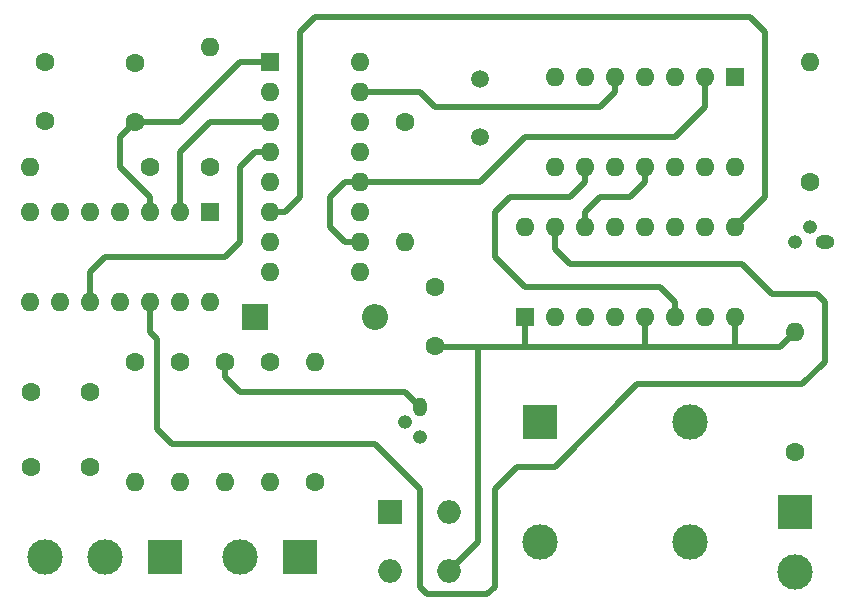
<source format=gbr>
%TF.GenerationSoftware,KiCad,Pcbnew,5.1.12-84ad8e8a86~92~ubuntu20.04.1*%
%TF.CreationDate,2022-03-12T13:00:31+01:00*%
%TF.ProjectId,DTMF 1,44544d46-2031-42e6-9b69-6361645f7063,rev?*%
%TF.SameCoordinates,Original*%
%TF.FileFunction,Copper,L2,Bot*%
%TF.FilePolarity,Positive*%
%FSLAX46Y46*%
G04 Gerber Fmt 4.6, Leading zero omitted, Abs format (unit mm)*
G04 Created by KiCad (PCBNEW 5.1.12-84ad8e8a86~92~ubuntu20.04.1) date 2022-03-12 13:00:31*
%MOMM*%
%LPD*%
G01*
G04 APERTURE LIST*
%TA.AperFunction,ComponentPad*%
%ADD10O,1.600000X1.600000*%
%TD*%
%TA.AperFunction,ComponentPad*%
%ADD11R,1.600000X1.600000*%
%TD*%
%TA.AperFunction,ComponentPad*%
%ADD12O,1.200000X1.200000*%
%TD*%
%TA.AperFunction,ComponentPad*%
%ADD13O,1.600000X1.200000*%
%TD*%
%TA.AperFunction,ComponentPad*%
%ADD14C,1.500000*%
%TD*%
%TA.AperFunction,ComponentPad*%
%ADD15R,3.000000X3.000000*%
%TD*%
%TA.AperFunction,ComponentPad*%
%ADD16C,3.000000*%
%TD*%
%TA.AperFunction,ComponentPad*%
%ADD17C,1.600000*%
%TD*%
%TA.AperFunction,ComponentPad*%
%ADD18O,1.200000X1.600000*%
%TD*%
%TA.AperFunction,ComponentPad*%
%ADD19O,2.200000X2.200000*%
%TD*%
%TA.AperFunction,ComponentPad*%
%ADD20R,2.200000X2.200000*%
%TD*%
%TA.AperFunction,ComponentPad*%
%ADD21R,2.000000X2.000000*%
%TD*%
%TA.AperFunction,ComponentPad*%
%ADD22O,2.000000X2.000000*%
%TD*%
%TA.AperFunction,Conductor*%
%ADD23C,0.500000*%
%TD*%
G04 APERTURE END LIST*
D10*
%TO.P,U1,14*%
%TO.N,+VDC*%
X93980000Y-74930000D03*
%TO.P,U1,7*%
%TO.N,GND*%
X78740000Y-67310000D03*
%TO.P,U1,13*%
%TO.N,Net-(C3-Pad1)*%
X91440000Y-74930000D03*
%TO.P,U1,6*%
%TO.N,Net-(U1-Pad6)*%
X81280000Y-67310000D03*
%TO.P,U1,12*%
%TO.N,Net-(U1-Pad12)*%
X88900000Y-74930000D03*
%TO.P,U1,5*%
%TO.N,GND*%
X83820000Y-67310000D03*
%TO.P,U1,11*%
%TO.N,Net-(C2-Pad1)*%
X86360000Y-74930000D03*
%TO.P,U1,4*%
%TO.N,Net-(U1-Pad4)*%
X86360000Y-67310000D03*
%TO.P,U1,10*%
%TO.N,Net-(U1-Pad10)*%
X83820000Y-74930000D03*
%TO.P,U1,3*%
%TO.N,GND*%
X88900000Y-67310000D03*
%TO.P,U1,9*%
X81280000Y-74930000D03*
%TO.P,U1,2*%
%TO.N,Net-(U1-Pad2)*%
X91440000Y-67310000D03*
%TO.P,U1,8*%
%TO.N,Net-(U1-Pad8)*%
X78740000Y-74930000D03*
D11*
%TO.P,U1,1*%
%TO.N,Net-(C1-Pad2)*%
X93980000Y-67310000D03*
%TD*%
D12*
%TO.P,Q1,3*%
%TO.N,Net-(Q1-Pad3)*%
X143510000Y-69850000D03*
%TO.P,Q1,2*%
%TO.N,Net-(Q1-Pad2)*%
X144780000Y-68580000D03*
D13*
%TO.P,Q1,1*%
%TO.N,Net-(Q1-Pad1)*%
X146050000Y-69850000D03*
%TD*%
D10*
%TO.P,U2,16*%
%TO.N,+VDC*%
X106680000Y-54610000D03*
%TO.P,U2,8*%
%TO.N,GND*%
X99060000Y-72390000D03*
%TO.P,U2,15*%
X106680000Y-57150000D03*
%TO.P,U2,7*%
%TO.N,Net-(U2-Pad5)*%
X99060000Y-69850000D03*
%TO.P,U2,14*%
%TO.N,Net-(C6-Pad1)*%
X106680000Y-59690000D03*
%TO.P,U2,6*%
%TO.N,Net-(U2-Pad6)*%
X99060000Y-67310000D03*
%TO.P,U2,13*%
%TO.N,Net-(U1-Pad2)*%
X106680000Y-62230000D03*
%TO.P,U2,5*%
%TO.N,Net-(U2-Pad5)*%
X99060000Y-64770000D03*
%TO.P,U2,12*%
%TO.N,Net-(U2-Pad10)*%
X106680000Y-64770000D03*
%TO.P,U2,4*%
%TO.N,Net-(U1-Pad10)*%
X99060000Y-62230000D03*
%TO.P,U2,11*%
X106680000Y-67310000D03*
%TO.P,U2,3*%
%TO.N,Net-(U1-Pad2)*%
X99060000Y-59690000D03*
%TO.P,U2,10*%
%TO.N,Net-(U2-Pad10)*%
X106680000Y-69850000D03*
%TO.P,U2,2*%
%TO.N,Net-(C7-Pad2)*%
X99060000Y-57150000D03*
%TO.P,U2,9*%
%TO.N,Net-(U2-Pad9)*%
X106680000Y-72390000D03*
D11*
%TO.P,U2,1*%
%TO.N,GND*%
X99060000Y-54610000D03*
%TD*%
D14*
%TO.P,Y1,2*%
%TO.N,Net-(U4-Pad7)*%
X116840000Y-56060000D03*
%TO.P,Y1,1*%
%TO.N,Net-(U4-Pad6)*%
X116840000Y-60960000D03*
%TD*%
D10*
%TO.P,U4,14*%
%TO.N,Net-(R8-Pad2)*%
X138430000Y-63500000D03*
%TO.P,U4,7*%
%TO.N,Net-(U4-Pad7)*%
X123190000Y-55880000D03*
%TO.P,U4,13*%
%TO.N,Net-(U4-Pad13)*%
X135890000Y-63500000D03*
%TO.P,U4,6*%
%TO.N,Net-(U4-Pad6)*%
X125730000Y-55880000D03*
%TO.P,U4,12*%
%TO.N,Net-(U3-Pad2)*%
X133350000Y-63500000D03*
%TO.P,U4,5*%
%TO.N,GND*%
X128270000Y-55880000D03*
%TO.P,U4,11*%
%TO.N,Net-(U3-Pad14)*%
X130810000Y-63500000D03*
%TO.P,U4,4*%
%TO.N,Net-(U4-Pad4)*%
X130810000Y-55880000D03*
%TO.P,U4,10*%
%TO.N,Net-(U3-Pad11)*%
X128270000Y-63500000D03*
%TO.P,U4,3*%
%TO.N,Net-(U4-Pad3)*%
X133350000Y-55880000D03*
%TO.P,U4,9*%
%TO.N,Net-(U3-Pad6)*%
X125730000Y-63500000D03*
%TO.P,U4,2*%
%TO.N,Net-(U2-Pad10)*%
X135890000Y-55880000D03*
%TO.P,U4,8*%
%TO.N,Net-(U4-Pad8)*%
X123190000Y-63500000D03*
D11*
%TO.P,U4,1*%
%TO.N,+VDC*%
X138430000Y-55880000D03*
%TD*%
D10*
%TO.P,U3,16*%
%TO.N,+VDC*%
X120650000Y-68580000D03*
%TO.P,U3,8*%
%TO.N,GND*%
X138430000Y-76200000D03*
%TO.P,U3,15*%
%TO.N,Net-(U1-Pad12)*%
X123190000Y-68580000D03*
%TO.P,U3,7*%
%TO.N,Net-(U3-Pad7)*%
X135890000Y-76200000D03*
%TO.P,U3,14*%
%TO.N,Net-(U3-Pad14)*%
X125730000Y-68580000D03*
%TO.P,U3,6*%
%TO.N,Net-(U3-Pad6)*%
X133350000Y-76200000D03*
%TO.P,U3,13*%
%TO.N,Net-(U3-Pad13)*%
X128270000Y-68580000D03*
%TO.P,U3,5*%
%TO.N,GND*%
X130810000Y-76200000D03*
%TO.P,U3,12*%
%TO.N,Net-(U3-Pad12)*%
X130810000Y-68580000D03*
%TO.P,U3,4*%
%TO.N,Net-(U3-Pad4)*%
X128270000Y-76200000D03*
%TO.P,U3,11*%
%TO.N,Net-(U3-Pad11)*%
X133350000Y-68580000D03*
%TO.P,U3,3*%
%TO.N,Net-(U3-Pad3)*%
X125730000Y-76200000D03*
%TO.P,U3,10*%
%TO.N,+VDC*%
X135890000Y-68580000D03*
%TO.P,U3,2*%
%TO.N,Net-(U3-Pad2)*%
X123190000Y-76200000D03*
%TO.P,U3,9*%
%TO.N,Net-(U2-Pad6)*%
X138430000Y-68580000D03*
D11*
%TO.P,U3,1*%
%TO.N,GND*%
X120650000Y-76200000D03*
%TD*%
D15*
%TO.P,T1,1*%
%TO.N,Net-(Q1-Pad3)*%
X121920000Y-85090000D03*
D16*
%TO.P,T1,3*%
%TO.N,+VDC*%
X121920000Y-95250000D03*
%TO.P,T1,6*%
%TO.N,Net-(J3-Pad1)*%
X134620000Y-85090000D03*
%TO.P,T1,4*%
%TO.N,Net-(J3-Pad2)*%
X134620000Y-95250000D03*
%TD*%
D10*
%TO.P,R10,2*%
%TO.N,Net-(D2-Pad1)*%
X102870000Y-80010000D03*
D17*
%TO.P,R10,1*%
%TO.N,Net-(D1-Pad1)*%
X102870000Y-90170000D03*
%TD*%
D10*
%TO.P,R9,2*%
%TO.N,GND*%
X143510000Y-77470000D03*
D17*
%TO.P,R9,1*%
%TO.N,Net-(Q1-Pad1)*%
X143510000Y-87630000D03*
%TD*%
D10*
%TO.P,R8,2*%
%TO.N,Net-(R8-Pad2)*%
X144780000Y-54610000D03*
D17*
%TO.P,R8,1*%
%TO.N,Net-(Q1-Pad2)*%
X144780000Y-64770000D03*
%TD*%
D10*
%TO.P,R7,2*%
%TO.N,Net-(C7-Pad2)*%
X93980000Y-53340000D03*
D17*
%TO.P,R7,1*%
%TO.N,+VDC*%
X93980000Y-63500000D03*
%TD*%
D10*
%TO.P,R6,2*%
%TO.N,Net-(C6-Pad1)*%
X110490000Y-69850000D03*
D17*
%TO.P,R6,1*%
%TO.N,+VDC*%
X110490000Y-59690000D03*
%TD*%
D10*
%TO.P,R5,2*%
%TO.N,Net-(J1-Pad1)*%
X99060000Y-90170000D03*
D17*
%TO.P,R5,1*%
%TO.N,Net-(C3-Pad1)*%
X99060000Y-80010000D03*
%TD*%
D10*
%TO.P,R4,2*%
%TO.N,Net-(J1-Pad1)*%
X95250000Y-90170000D03*
D17*
%TO.P,R4,1*%
%TO.N,+VDC*%
X95250000Y-80010000D03*
%TD*%
D10*
%TO.P,R3,2*%
%TO.N,Net-(J1-Pad2)*%
X87630000Y-90170000D03*
D17*
%TO.P,R3,1*%
%TO.N,Net-(C2-Pad1)*%
X87630000Y-80010000D03*
%TD*%
D10*
%TO.P,R2,2*%
%TO.N,Net-(J1-Pad2)*%
X91440000Y-90170000D03*
D17*
%TO.P,R2,1*%
%TO.N,+VDC*%
X91440000Y-80010000D03*
%TD*%
D10*
%TO.P,R1,2*%
%TO.N,GND*%
X78740000Y-63500000D03*
D17*
%TO.P,R1,1*%
%TO.N,Net-(C1-Pad2)*%
X88900000Y-63500000D03*
%TD*%
D12*
%TO.P,Q2,3*%
%TO.N,Net-(D1-Pad1)*%
X111760000Y-86360000D03*
%TO.P,Q2,2*%
%TO.N,Net-(D2-Pad1)*%
X110490000Y-85090000D03*
D18*
%TO.P,Q2,1*%
%TO.N,+VDC*%
X111760000Y-83820000D03*
%TD*%
D16*
%TO.P,J3,2*%
%TO.N,Net-(J3-Pad2)*%
X143510000Y-97790000D03*
D15*
%TO.P,J3,1*%
%TO.N,Net-(J3-Pad1)*%
X143510000Y-92710000D03*
%TD*%
D16*
%TO.P,J2,2*%
%TO.N,Net-(D1-Pad4)*%
X96520000Y-96520000D03*
D15*
%TO.P,J2,1*%
%TO.N,Net-(D1-Pad2)*%
X101600000Y-96520000D03*
%TD*%
%TO.P,J1,1*%
%TO.N,Net-(J1-Pad1)*%
X90170000Y-96520000D03*
D16*
%TO.P,J1,2*%
%TO.N,Net-(J1-Pad2)*%
X85090000Y-96520000D03*
%TO.P,J1,3*%
%TO.N,GND*%
X80010000Y-96520000D03*
%TD*%
D19*
%TO.P,D2,2*%
%TO.N,GND*%
X107950000Y-76200000D03*
D20*
%TO.P,D2,1*%
%TO.N,Net-(D2-Pad1)*%
X97790000Y-76200000D03*
%TD*%
D21*
%TO.P,D1,1*%
%TO.N,Net-(D1-Pad1)*%
X109220000Y-92710000D03*
D22*
%TO.P,D1,3*%
%TO.N,GND*%
X114220000Y-97710000D03*
%TO.P,D1,2*%
%TO.N,Net-(D1-Pad2)*%
X109220000Y-97710000D03*
%TO.P,D1,4*%
%TO.N,Net-(D1-Pad4)*%
X114220000Y-92710000D03*
%TD*%
D17*
%TO.P,C7,2*%
%TO.N,Net-(C7-Pad2)*%
X87630000Y-54690000D03*
%TO.P,C7,1*%
%TO.N,GND*%
X87630000Y-59690000D03*
%TD*%
%TO.P,C6,2*%
%TO.N,GND*%
X113030000Y-78660000D03*
%TO.P,C6,1*%
%TO.N,Net-(C6-Pad1)*%
X113030000Y-73660000D03*
%TD*%
%TO.P,C3,2*%
%TO.N,GND*%
X78820000Y-82550000D03*
%TO.P,C3,1*%
%TO.N,Net-(C3-Pad1)*%
X83820000Y-82550000D03*
%TD*%
%TO.P,C2,2*%
%TO.N,GND*%
X78820000Y-88900000D03*
%TO.P,C2,1*%
%TO.N,Net-(C2-Pad1)*%
X83820000Y-88900000D03*
%TD*%
%TO.P,C1,2*%
%TO.N,Net-(C1-Pad2)*%
X80010000Y-59610000D03*
%TO.P,C1,1*%
%TO.N,+VDC*%
X80010000Y-54610000D03*
%TD*%
D23*
%TO.N,+VDC*%
X111760000Y-83820000D02*
X110490000Y-82550000D01*
X110490000Y-82550000D02*
X96520000Y-82550000D01*
X96520000Y-82550000D02*
X95250000Y-81280000D01*
X95250000Y-81280000D02*
X95250000Y-80010000D01*
%TO.N,GND*%
X143510000Y-77470000D02*
X142240000Y-78740000D01*
X130810000Y-76200000D02*
X130810000Y-78740000D01*
X138430000Y-76200000D02*
X138430000Y-78740000D01*
X138430000Y-78740000D02*
X130810000Y-78740000D01*
X142240000Y-78740000D02*
X138430000Y-78740000D01*
X120650000Y-76200000D02*
X120650000Y-78740000D01*
X130810000Y-78740000D02*
X120650000Y-78740000D01*
X114220000Y-97710000D02*
X114300000Y-97790000D01*
X114220000Y-97710000D02*
X116680000Y-95250000D01*
X116680000Y-95250000D02*
X116680000Y-82310000D01*
X88900000Y-67310000D02*
X88900000Y-66040000D01*
X86360000Y-60960000D02*
X87630000Y-59690000D01*
X87630000Y-59690000D02*
X91440000Y-59690000D01*
X91440000Y-59690000D02*
X96520000Y-54610000D01*
X99060000Y-54610000D02*
X96520000Y-54610000D01*
X124460000Y-58420000D02*
X113030000Y-58420000D01*
X113030000Y-58420000D02*
X111760000Y-57150000D01*
X111760000Y-57150000D02*
X106680000Y-57150000D01*
X113110000Y-78740000D02*
X113030000Y-78660000D01*
X116680000Y-82310000D02*
X116680000Y-78900000D01*
X116680000Y-78900000D02*
X116840000Y-78740000D01*
X116840000Y-78740000D02*
X113110000Y-78740000D01*
X120650000Y-78740000D02*
X116840000Y-78740000D01*
X128270000Y-55880000D02*
X128270000Y-57150000D01*
X128270000Y-57150000D02*
X127000000Y-58420000D01*
X127000000Y-58420000D02*
X124460000Y-58420000D01*
X86360000Y-63500000D02*
X86360000Y-60960000D01*
X88900000Y-66040000D02*
X86360000Y-63500000D01*
%TO.N,Net-(U1-Pad12)*%
X139065000Y-71755000D02*
X124460000Y-71755000D01*
X146050000Y-74930000D02*
X145415000Y-74295000D01*
X141605000Y-74295000D02*
X139065000Y-71755000D01*
X144145000Y-81915000D02*
X146050000Y-80010000D01*
X130175000Y-81915000D02*
X144145000Y-81915000D01*
X124460000Y-71755000D02*
X123190000Y-70485000D01*
X88900000Y-77470000D02*
X89535000Y-78105000D01*
X146050000Y-80010000D02*
X146050000Y-74930000D01*
X118110000Y-99060000D02*
X118110000Y-90805000D01*
X89535000Y-78105000D02*
X89535000Y-85725000D01*
X89535000Y-85725000D02*
X90805000Y-86995000D01*
X90805000Y-86995000D02*
X107950000Y-86995000D01*
X107950000Y-86995000D02*
X111760000Y-90805000D01*
X111760000Y-90805000D02*
X111760000Y-99060000D01*
X117475000Y-99695000D02*
X118110000Y-99060000D01*
X111760000Y-99060000D02*
X112395000Y-99695000D01*
X123190000Y-88900000D02*
X130175000Y-81915000D01*
X112395000Y-99695000D02*
X117475000Y-99695000D01*
X145415000Y-74295000D02*
X141605000Y-74295000D01*
X88900000Y-74930000D02*
X88900000Y-77470000D01*
X120015000Y-88900000D02*
X123190000Y-88900000D01*
X123190000Y-70485000D02*
X123190000Y-68580000D01*
X118110000Y-90805000D02*
X120015000Y-88900000D01*
%TO.N,Net-(U1-Pad10)*%
X83820000Y-74930000D02*
X83820000Y-72390000D01*
X83820000Y-72390000D02*
X85090000Y-71120000D01*
X85090000Y-71120000D02*
X95250000Y-71120000D01*
X95250000Y-71120000D02*
X96520000Y-69850000D01*
X96520000Y-69850000D02*
X96520000Y-63500000D01*
X96520000Y-63500000D02*
X97790000Y-62230000D01*
X97790000Y-62230000D02*
X99060000Y-62230000D01*
%TO.N,Net-(U1-Pad2)*%
X91440000Y-67310000D02*
X91440000Y-62230000D01*
X91440000Y-62230000D02*
X93980000Y-59690000D01*
X93980000Y-59690000D02*
X99060000Y-59690000D01*
%TO.N,Net-(U2-Pad6)*%
X100330000Y-67310000D02*
X99060000Y-67310000D01*
X101600000Y-66040000D02*
X100330000Y-67310000D01*
X102870000Y-50800000D02*
X101600000Y-52070000D01*
X101600000Y-52070000D02*
X101600000Y-66040000D01*
X139700000Y-50800000D02*
X102870000Y-50800000D01*
X140970000Y-52070000D02*
X139700000Y-50800000D01*
X140970000Y-66040000D02*
X140970000Y-52070000D01*
X138430000Y-68580000D02*
X140970000Y-66040000D01*
%TO.N,Net-(U2-Pad10)*%
X106680000Y-69850000D02*
X105410000Y-69850000D01*
X105410000Y-69850000D02*
X104140000Y-68580000D01*
X104140000Y-68580000D02*
X104140000Y-66040000D01*
X104140000Y-66040000D02*
X105410000Y-64770000D01*
X105410000Y-64770000D02*
X106680000Y-64770000D01*
X135890000Y-58420000D02*
X135890000Y-55880000D01*
X133350000Y-60960000D02*
X135890000Y-58420000D01*
X120650000Y-60960000D02*
X133350000Y-60960000D01*
X116840000Y-64770000D02*
X120650000Y-60960000D01*
X106680000Y-64770000D02*
X116840000Y-64770000D01*
%TO.N,Net-(U3-Pad14)*%
X125730000Y-67310000D02*
X125730000Y-68580000D01*
X125730000Y-67310000D02*
X127000000Y-66040000D01*
X127000000Y-66040000D02*
X129540000Y-66040000D01*
X129540000Y-66040000D02*
X130810000Y-64770000D01*
X130810000Y-64770000D02*
X130810000Y-63500000D01*
%TO.N,Net-(U3-Pad6)*%
X133350000Y-74930000D02*
X133350000Y-76200000D01*
X132080000Y-73660000D02*
X133350000Y-74930000D01*
X118110000Y-71120000D02*
X120650000Y-73660000D01*
X120650000Y-73660000D02*
X132080000Y-73660000D01*
X118110000Y-67310000D02*
X118110000Y-71120000D01*
X119380000Y-66040000D02*
X118110000Y-67310000D01*
X124460000Y-66040000D02*
X119380000Y-66040000D01*
X125730000Y-64770000D02*
X124460000Y-66040000D01*
X125730000Y-63500000D02*
X125730000Y-64770000D01*
%TD*%
M02*

</source>
